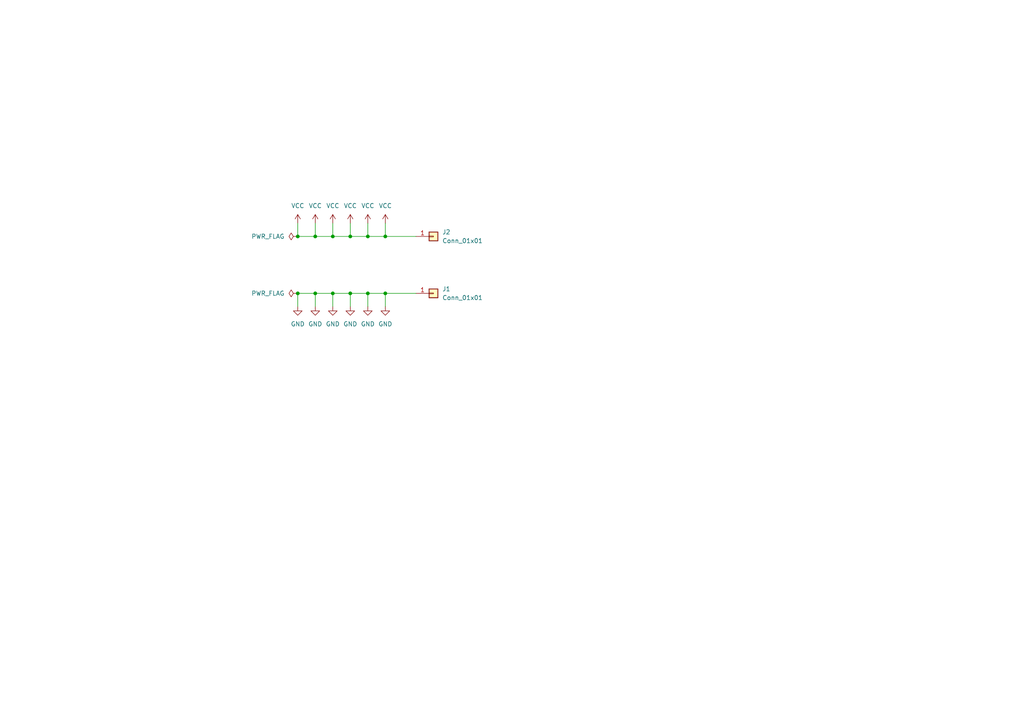
<source format=kicad_sch>
(kicad_sch (version 20231120) (generator "eeschema") (generator_version "8.0")
  (paper "A4")
  (lib_symbols
    (symbol "Connector_Generic:Conn_01x01" (pin_names (offset 1.016) hide)
      (property "Reference" "J1" (at 2.54 1.2701 0))
      (property "Value" "Conn_01x01" (at 2.54 -1.2699 0))
      (symbol "Conn_01x01_1_1"
        (rectangle (start -1.27 0.127) (end 0 -0.127) (stroke (width 0.1524)))
        (rectangle (start -1.27 1.27) (end 1.27 -1.27) (stroke (width 0.254)) (fill (type background)))
        (pin unspecified line (at -5.08 0 0) (length 3.81) (name "Pin_1") (number "1"))
      )
    )
    (symbol "power:GND" (power) (pin_numbers hide) (pin_names (offset 0) hide)
      (property "Value" "GND" (at 0 -3.81 0))
      (symbol "GND_0_1"
        (polyline (pts (xy 0 0) (xy 0 -1.27) (xy 1.27 -1.27) (xy 0 -2.54) (xy -1.27 -1.27) (xy 0 -1.27)))
      )
      (symbol "GND_1_1"
        (pin power_in line (at 0 0 270) (length 0) (name "~") (number "1"))
      )
    )
    (symbol "power:PWR_FLAG" (power) (pin_numbers hide) (pin_names (offset 0) hide)
      (property "Value" "PWR_FLAG" (at 0 3.81 0))
      (symbol "PWR_FLAG_0_0"
        (pin power_out line (at 0 0 90) (length 0) (name "~") (number "1"))
      )
      (symbol "PWR_FLAG_0_1"
        (polyline (pts (xy 0 0) (xy 0 1.27) (xy -1.016 1.905) (xy 0 2.54) (xy 1.016 1.905) (xy 0 1.27)))
      )
    )
    (symbol "power:VCC" (power) (pin_numbers hide) (pin_names (offset 0) hide)
      (property "Value" "VCC" (at 0 3.556 0))
      (symbol "VCC_0_1"
        (polyline (pts (xy -0.762 1.27) (xy 0 2.54)))
        (polyline (pts (xy 0 0) (xy 0 2.54)))
        (polyline (pts (xy 0 2.54) (xy 0.762 1.27)))
      )
      (symbol "VCC_1_1"
        (pin power_in line (at 0 0 90) (length 0) (name "~") (number "1"))
      )
    )
  )
  (junction (at 96.52 68.58))
  (junction (at 111.76 68.58))
  (junction (at 101.6 85.09))
  (junction (at 91.44 68.58))
  (junction (at 96.52 85.09))
  (junction (at 86.36 85.09))
  (junction (at 106.68 85.09))
  (junction (at 101.6 68.58))
  (junction (at 91.44 85.09))
  (junction (at 86.36 68.58))
  (junction (at 111.76 85.09))
  (junction (at 106.68 68.58))
  (wire (pts (xy 111.76 85.09) (xy 111.76 88.9)))
  (wire (pts (xy 106.68 85.09) (xy 111.76 85.09)))
  (wire (pts (xy 106.68 68.58) (xy 111.76 68.58)))
  (wire (pts (xy 106.68 85.09) (xy 106.68 88.9)))
  (wire (pts (xy 96.52 85.09) (xy 101.6 85.09)))
  (wire (pts (xy 101.6 85.09) (xy 106.68 85.09)))
  (wire (pts (xy 101.6 68.58) (xy 106.68 68.58)))
  (wire (pts (xy 86.36 85.09) (xy 86.36 88.9)))
  (wire (pts (xy 91.44 64.77) (xy 91.44 68.58)))
  (wire (pts (xy 91.44 85.09) (xy 96.52 85.09)))
  (wire (pts (xy 101.6 68.58) (xy 101.6 64.77)))
  (wire (pts (xy 91.44 68.58) (xy 96.52 68.58)))
  (wire (pts (xy 86.36 64.77) (xy 86.36 68.58)))
  (wire (pts (xy 86.36 85.09) (xy 91.44 85.09)))
  (wire (pts (xy 111.76 68.58) (xy 111.76 64.77)))
  (wire (pts (xy 96.52 68.58) (xy 101.6 68.58)))
  (wire (pts (xy 106.68 68.58) (xy 106.68 64.77)))
  (wire (pts (xy 101.6 85.09) (xy 101.6 88.9)))
  (wire (pts (xy 120.65 85.09) (xy 111.76 85.09)))
  (wire (pts (xy 120.65 68.58) (xy 111.76 68.58)))
  (wire (pts (xy 96.52 85.09) (xy 96.52 88.9)))
  (wire (pts (xy 91.44 85.09) (xy 91.44 88.9)))
  (wire (pts (xy 86.36 68.58) (xy 91.44 68.58)))
  (wire (pts (xy 96.52 68.58) (xy 96.52 64.77)))
  (symbol (lib_id "power:GND") (at 106.68 88.9 0) (unit 1)
    (property "Reference" "#PWR05" (effects (hide yes)))
    (property "Value" "GND" (at 106.68 93.98 0))
    (property "Description" "Power symbol creates a global label with name \"GND\" , ground" (effects (hide yes)))
  )
  (symbol (lib_id "power:GND") (at 111.76 88.9 0) (unit 1)
    (property "Reference" "#PWR06" (effects (hide yes)))
    (property "Value" "GND" (at 111.76 93.98 0))
    (property "Description" "Power symbol creates a global label with name \"GND\" , ground" (effects (hide yes)))
  )
  (symbol (lib_id "power:VCC") (at 96.52 64.77 0) (unit 1)
    (property "Reference" "#PWR9" (effects (hide yes)))
    (property "Value" "VCC" (at 96.52 59.69 0))
    (property "Description" "Power symbol creates a global label with name \"VCC\"" (effects (hide yes)))
  )
  (symbol (lib_id "power:VCC") (at 111.76 64.77 0) (unit 1)
    (property "Reference" "#PWR12" (effects (hide yes)))
    (property "Value" "VCC" (at 111.76 59.69 0))
    (property "Description" "Power symbol creates a global label with name \"VCC\"" (effects (hide yes)))
  )
  (symbol (lib_id "power:GND") (at 101.6 88.9 0) (unit 1)
    (property "Reference" "#PWR04" (effects (hide yes)))
    (property "Value" "GND" (at 101.6 93.98 0))
    (property "Description" "Power symbol creates a global label with name \"GND\" , ground" (effects (hide yes)))
  )
  (symbol (lib_id "Connector_Generic:Conn_01x01") (at 125.73 85.09 0) (unit 1)
    (property "Reference" "J1" (at 128.27 83.8199 0) (effects (justify left)))
    (property "Value" "Conn_01x01" (at 128.27 86.3599 0) (effects (justify left)))
    (property "Description" "Generic connector, single row, 01x01, script generated (kicad-library-utils/schlib/autogen/connector/)" (effects (hide yes)))
  )
  (symbol (lib_id "power:GND") (at 86.36 88.9 0) (unit 1)
    (property "Reference" "#PWR01" (effects (hide yes)))
    (property "Value" "GND" (at 86.36 93.98 0))
    (property "Description" "Power symbol creates a global label with name \"GND\" , ground" (effects (hide yes)))
  )
  (symbol (lib_id "power:GND") (at 96.52 88.9 0) (unit 1)
    (property "Reference" "#PWR03" (effects (hide yes)))
    (property "Value" "GND" (at 96.52 93.98 0))
    (property "Description" "Power symbol creates a global label with name \"GND\" , ground" (effects (hide yes)))
  )
  (symbol (lib_id "power:VCC") (at 106.68 64.77 0) (unit 1)
    (property "Reference" "#PWR11" (effects (hide yes)))
    (property "Value" "VCC" (at 106.68 59.69 0))
    (property "Description" "Power symbol creates a global label with name \"VCC\"" (effects (hide yes)))
  )
  (symbol (lib_id "power:PWR_FLAG") (at 86.36 68.58 90) (mirror x) (unit 1)
    (property "Reference" "#FLG02" (effects (hide yes)))
    (property "Value" "PWR_FLAG" (at 82.55 68.5799 90) (effects (justify left)))
    (property "Description" "Special symbol for telling ERC where power comes from" (effects (hide yes)))
  )
  (symbol (lib_id "power:PWR_FLAG") (at 86.36 85.09 90) (unit 1)
    (property "Reference" "#FLG01" (effects (hide yes)))
    (property "Value" "PWR_FLAG" (at 82.55 85.0899 90) (effects (justify left)))
    (property "Description" "Special symbol for telling ERC where power comes from" (effects (hide yes)))
  )
  (symbol (lib_id "power:VCC") (at 101.6 64.77 0) (unit 1)
    (property "Reference" "#PWR10" (effects (hide yes)))
    (property "Value" "VCC" (at 101.6 59.69 0))
    (property "Description" "Power symbol creates a global label with name \"VCC\"" (effects (hide yes)))
  )
  (symbol (lib_id "power:VCC") (at 86.36 64.77 0) (unit 1)
    (property "Reference" "#PWR7" (effects (hide yes)))
    (property "Value" "VCC" (at 86.36 59.69 0))
    (property "Description" "Power symbol creates a global label with name \"VCC\"" (effects (hide yes)))
  )
  (symbol (lib_id "power:VCC") (at 91.44 64.77 0) (unit 1)
    (property "Reference" "#PWR8" (effects (hide yes)))
    (property "Value" "VCC" (at 91.44 59.69 0))
    (property "Description" "Power symbol creates a global label with name \"VCC\"" (effects (hide yes)))
  )
  (symbol (lib_id "power:GND") (at 91.44 88.9 0) (unit 1)
    (property "Reference" "#PWR02" (effects (hide yes)))
    (property "Value" "GND" (at 91.44 93.98 0))
    (property "Description" "Power symbol creates a global label with name \"GND\" , ground" (effects (hide yes)))
  )
  (symbol (lib_id "Connector_Generic:Conn_01x01") (at 125.73 68.58 0) (unit 1)
    (property "Reference" "J2" (at 128.27 67.3099 0) (effects (justify left)))
    (property "Value" "Conn_01x01" (at 128.27 69.8499 0) (effects (justify left)))
    (property "Description" "Generic connector, single row, 01x01, script generated (kicad-library-utils/schlib/autogen/connector/)" (effects (hide yes)))
  )
)
</source>
